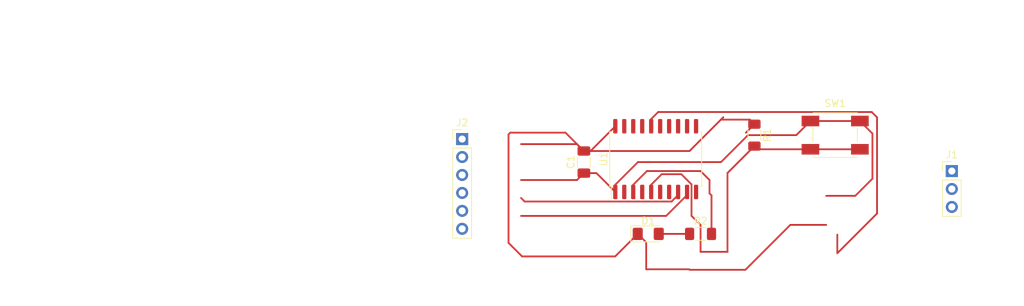
<source format=kicad_pcb>
(kicad_pcb (version 20171130) (host pcbnew "(5.1.9)-1")

  (general
    (thickness 1.6)
    (drawings 5)
    (tracks 75)
    (zones 0)
    (modules 8)
    (nets 24)
  )

  (page A4)
  (layers
    (0 F.Cu signal)
    (31 B.Cu signal)
    (32 B.Adhes user)
    (33 F.Adhes user)
    (34 B.Paste user)
    (35 F.Paste user)
    (36 B.SilkS user)
    (37 F.SilkS user)
    (38 B.Mask user)
    (39 F.Mask user)
    (40 Dwgs.User user)
    (41 Cmts.User user)
    (42 Eco1.User user)
    (43 Eco2.User user)
    (44 Edge.Cuts user)
    (45 Margin user)
    (46 B.CrtYd user)
    (47 F.CrtYd user)
    (48 B.Fab user)
    (49 F.Fab user)
  )

  (setup
    (last_trace_width 0.25)
    (user_trace_width 0.5)
    (trace_clearance 0.4)
    (zone_clearance 0.508)
    (zone_45_only no)
    (trace_min 0.2)
    (via_size 0.8)
    (via_drill 0.4)
    (via_min_size 0.4)
    (via_min_drill 0.3)
    (uvia_size 0.3)
    (uvia_drill 0.1)
    (uvias_allowed no)
    (uvia_min_size 0.2)
    (uvia_min_drill 0.1)
    (edge_width 0.1)
    (segment_width 0.2)
    (pcb_text_width 0.3)
    (pcb_text_size 1.5 1.5)
    (mod_edge_width 0.15)
    (mod_text_size 1 1)
    (mod_text_width 0.15)
    (pad_size 1.524 1.524)
    (pad_drill 0.762)
    (pad_to_mask_clearance 0)
    (aux_axis_origin 0 0)
    (grid_origin 86.36 40.64)
    (visible_elements 7FFFFFFF)
    (pcbplotparams
      (layerselection 0x010fc_ffffffff)
      (usegerberextensions false)
      (usegerberattributes true)
      (usegerberadvancedattributes true)
      (creategerberjobfile true)
      (excludeedgelayer true)
      (linewidth 0.100000)
      (plotframeref false)
      (viasonmask false)
      (mode 1)
      (useauxorigin false)
      (hpglpennumber 1)
      (hpglpenspeed 20)
      (hpglpendiameter 15.000000)
      (psnegative false)
      (psa4output false)
      (plotreference true)
      (plotvalue true)
      (plotinvisibletext false)
      (padsonsilk false)
      (subtractmaskfromsilk false)
      (outputformat 1)
      (mirror false)
      (drillshape 1)
      (scaleselection 1)
      (outputdirectory ""))
  )

  (net 0 "")
  (net 1 "Net-(C1-Pad1)")
  (net 2 "Net-(R1-Pad2)")
  (net 3 "Net-(C1-Pad2)")
  (net 4 "Net-(U1-Pad19)")
  (net 5 "Net-(U1-Pad18)")
  (net 6 "Net-(U1-Pad17)")
  (net 7 "Net-(J1-Pad3)")
  (net 8 "Net-(U1-Pad15)")
  (net 9 "Net-(U1-Pad14)")
  (net 10 "Net-(U1-Pad13)")
  (net 11 "Net-(U1-Pad12)")
  (net 12 "Net-(U1-Pad11)")
  (net 13 "Net-(U1-Pad10)")
  (net 14 "Net-(J2-Pad5)")
  (net 15 "Net-(J2-Pad4)")
  (net 16 "Net-(U1-Pad7)")
  (net 17 "Net-(U1-Pad6)")
  (net 18 "Net-(U1-Pad4)")
  (net 19 "Net-(R2-Pad2)")
  (net 20 "Net-(U1-Pad2)")
  (net 21 "Net-(D1-Pad2)")
  (net 22 "Net-(J2-Pad6)")
  (net 23 "Net-(J2-Pad2)")

  (net_class Default "This is the default net class."
    (clearance 0.4)
    (trace_width 0.25)
    (via_dia 0.8)
    (via_drill 0.4)
    (uvia_dia 0.3)
    (uvia_drill 0.1)
    (add_net "Net-(C1-Pad1)")
    (add_net "Net-(C1-Pad2)")
    (add_net "Net-(D1-Pad2)")
    (add_net "Net-(J1-Pad3)")
    (add_net "Net-(J2-Pad2)")
    (add_net "Net-(J2-Pad4)")
    (add_net "Net-(J2-Pad5)")
    (add_net "Net-(J2-Pad6)")
    (add_net "Net-(R1-Pad2)")
    (add_net "Net-(R2-Pad2)")
    (add_net "Net-(U1-Pad10)")
    (add_net "Net-(U1-Pad11)")
    (add_net "Net-(U1-Pad12)")
    (add_net "Net-(U1-Pad13)")
    (add_net "Net-(U1-Pad14)")
    (add_net "Net-(U1-Pad15)")
    (add_net "Net-(U1-Pad17)")
    (add_net "Net-(U1-Pad18)")
    (add_net "Net-(U1-Pad19)")
    (add_net "Net-(U1-Pad2)")
    (add_net "Net-(U1-Pad4)")
    (add_net "Net-(U1-Pad6)")
    (add_net "Net-(U1-Pad7)")
  )

  (module Package_SO:SOIC-20W_7.5x12.8mm_P1.27mm (layer F.Cu) (tedit 5D9F72B1) (tstamp 6045A125)
    (at 34.29 61.81 90)
    (descr "SOIC, 20 Pin (JEDEC MS-013AC, https://www.analog.com/media/en/package-pcb-resources/package/233848rw_20.pdf), generated with kicad-footprint-generator ipc_gullwing_generator.py")
    (tags "SOIC SO")
    (path /60452CA9)
    (attr smd)
    (fp_text reference U1 (at 0 -7.35 90) (layer F.SilkS)
      (effects (font (size 1 1) (thickness 0.15)))
    )
    (fp_text value ATtiny1616-S (at 0 7.35 90) (layer F.Fab)
      (effects (font (size 1 1) (thickness 0.15)))
    )
    (fp_line (start 0 6.51) (end 3.86 6.51) (layer F.SilkS) (width 0.12))
    (fp_line (start 3.86 6.51) (end 3.86 6.275) (layer F.SilkS) (width 0.12))
    (fp_line (start 0 6.51) (end -3.86 6.51) (layer F.SilkS) (width 0.12))
    (fp_line (start -3.86 6.51) (end -3.86 6.275) (layer F.SilkS) (width 0.12))
    (fp_line (start 0 -6.51) (end 3.86 -6.51) (layer F.SilkS) (width 0.12))
    (fp_line (start 3.86 -6.51) (end 3.86 -6.275) (layer F.SilkS) (width 0.12))
    (fp_line (start 0 -6.51) (end -3.86 -6.51) (layer F.SilkS) (width 0.12))
    (fp_line (start -3.86 -6.51) (end -3.86 -6.275) (layer F.SilkS) (width 0.12))
    (fp_line (start -3.86 -6.275) (end -5.675 -6.275) (layer F.SilkS) (width 0.12))
    (fp_line (start -2.75 -6.4) (end 3.75 -6.4) (layer F.Fab) (width 0.1))
    (fp_line (start 3.75 -6.4) (end 3.75 6.4) (layer F.Fab) (width 0.1))
    (fp_line (start 3.75 6.4) (end -3.75 6.4) (layer F.Fab) (width 0.1))
    (fp_line (start -3.75 6.4) (end -3.75 -5.4) (layer F.Fab) (width 0.1))
    (fp_line (start -3.75 -5.4) (end -2.75 -6.4) (layer F.Fab) (width 0.1))
    (fp_line (start -5.93 -6.65) (end -5.93 6.65) (layer F.CrtYd) (width 0.05))
    (fp_line (start -5.93 6.65) (end 5.93 6.65) (layer F.CrtYd) (width 0.05))
    (fp_line (start 5.93 6.65) (end 5.93 -6.65) (layer F.CrtYd) (width 0.05))
    (fp_line (start 5.93 -6.65) (end -5.93 -6.65) (layer F.CrtYd) (width 0.05))
    (fp_text user %R (at 0 0 90) (layer F.Fab)
      (effects (font (size 1 1) (thickness 0.15)))
    )
    (pad 20 smd roundrect (at 4.65 -5.715 90) (size 2.05 0.6) (layers F.Cu F.Paste F.Mask) (roundrect_rratio 0.25)
      (net 3 "Net-(C1-Pad2)"))
    (pad 19 smd roundrect (at 4.65 -4.445 90) (size 2.05 0.6) (layers F.Cu F.Paste F.Mask) (roundrect_rratio 0.25)
      (net 4 "Net-(U1-Pad19)"))
    (pad 18 smd roundrect (at 4.65 -3.175 90) (size 2.05 0.6) (layers F.Cu F.Paste F.Mask) (roundrect_rratio 0.25)
      (net 5 "Net-(U1-Pad18)"))
    (pad 17 smd roundrect (at 4.65 -1.905 90) (size 2.05 0.6) (layers F.Cu F.Paste F.Mask) (roundrect_rratio 0.25)
      (net 6 "Net-(U1-Pad17)"))
    (pad 16 smd roundrect (at 4.65 -0.635 90) (size 2.05 0.6) (layers F.Cu F.Paste F.Mask) (roundrect_rratio 0.25)
      (net 7 "Net-(J1-Pad3)"))
    (pad 15 smd roundrect (at 4.65 0.635 90) (size 2.05 0.6) (layers F.Cu F.Paste F.Mask) (roundrect_rratio 0.25)
      (net 8 "Net-(U1-Pad15)"))
    (pad 14 smd roundrect (at 4.65 1.905 90) (size 2.05 0.6) (layers F.Cu F.Paste F.Mask) (roundrect_rratio 0.25)
      (net 9 "Net-(U1-Pad14)"))
    (pad 13 smd roundrect (at 4.65 3.175 90) (size 2.05 0.6) (layers F.Cu F.Paste F.Mask) (roundrect_rratio 0.25)
      (net 10 "Net-(U1-Pad13)"))
    (pad 12 smd roundrect (at 4.65 4.445 90) (size 2.05 0.6) (layers F.Cu F.Paste F.Mask) (roundrect_rratio 0.25)
      (net 11 "Net-(U1-Pad12)"))
    (pad 11 smd roundrect (at 4.65 5.715 90) (size 2.05 0.6) (layers F.Cu F.Paste F.Mask) (roundrect_rratio 0.25)
      (net 12 "Net-(U1-Pad11)"))
    (pad 10 smd roundrect (at -4.65 5.715 90) (size 2.05 0.6) (layers F.Cu F.Paste F.Mask) (roundrect_rratio 0.25)
      (net 13 "Net-(U1-Pad10)"))
    (pad 9 smd roundrect (at -4.65 4.445 90) (size 2.05 0.6) (layers F.Cu F.Paste F.Mask) (roundrect_rratio 0.25)
      (net 14 "Net-(J2-Pad5)"))
    (pad 8 smd roundrect (at -4.65 3.175 90) (size 2.05 0.6) (layers F.Cu F.Paste F.Mask) (roundrect_rratio 0.25)
      (net 15 "Net-(J2-Pad4)"))
    (pad 7 smd roundrect (at -4.65 1.905 90) (size 2.05 0.6) (layers F.Cu F.Paste F.Mask) (roundrect_rratio 0.25)
      (net 16 "Net-(U1-Pad7)"))
    (pad 6 smd roundrect (at -4.65 0.635 90) (size 2.05 0.6) (layers F.Cu F.Paste F.Mask) (roundrect_rratio 0.25)
      (net 17 "Net-(U1-Pad6)"))
    (pad 5 smd roundrect (at -4.65 -0.635 90) (size 2.05 0.6) (layers F.Cu F.Paste F.Mask) (roundrect_rratio 0.25)
      (net 2 "Net-(R1-Pad2)"))
    (pad 4 smd roundrect (at -4.65 -1.905 90) (size 2.05 0.6) (layers F.Cu F.Paste F.Mask) (roundrect_rratio 0.25)
      (net 18 "Net-(U1-Pad4)"))
    (pad 3 smd roundrect (at -4.65 -3.175 90) (size 2.05 0.6) (layers F.Cu F.Paste F.Mask) (roundrect_rratio 0.25)
      (net 19 "Net-(R2-Pad2)"))
    (pad 2 smd roundrect (at -4.65 -4.445 90) (size 2.05 0.6) (layers F.Cu F.Paste F.Mask) (roundrect_rratio 0.25)
      (net 20 "Net-(U1-Pad2)"))
    (pad 1 smd roundrect (at -4.65 -5.715 90) (size 2.05 0.6) (layers F.Cu F.Paste F.Mask) (roundrect_rratio 0.25)
      (net 1 "Net-(C1-Pad1)"))
    (model ${KISYS3DMOD}/Package_SO.3dshapes/SOIC-20W_7.5x12.8mm_P1.27mm.wrl
      (at (xyz 0 0 0))
      (scale (xyz 1 1 1))
      (rotate (xyz 0 0 0))
    )
  )

  (module fab:Button_Omron_B3SN_6x6mm (layer F.Cu) (tedit 5EC65B05) (tstamp 6045A0FA)
    (at 59.69 58.42)
    (descr "Surface Mount Tactile Switch for High-Density Packaging")
    (tags "Tactile Switch")
    (path /6045E6E6)
    (attr smd)
    (fp_text reference SW1 (at 0 -4.5) (layer F.SilkS)
      (effects (font (size 1 1) (thickness 0.15)))
    )
    (fp_text value BUTTON_B3SN (at 0 4.5) (layer F.Fab)
      (effects (font (size 1 1) (thickness 0.15)))
    )
    (fp_line (start -3 3) (end -3 -3) (layer F.Fab) (width 0.1))
    (fp_line (start 3 3) (end -3 3) (layer F.Fab) (width 0.1))
    (fp_line (start 3 -3) (end 3 3) (layer F.Fab) (width 0.1))
    (fp_line (start -3 -3) (end 3 -3) (layer F.Fab) (width 0.1))
    (fp_circle (center 0 0) (end 1.65 0) (layer F.Fab) (width 0.1))
    (fp_line (start 3.15 -1) (end 3.15 1) (layer F.SilkS) (width 0.12))
    (fp_line (start 3.15 3.15) (end -3.15 3.15) (layer F.SilkS) (width 0.12))
    (fp_line (start -3.15 1) (end -3.15 -1) (layer F.SilkS) (width 0.12))
    (fp_line (start -3.15 -3.15) (end 3.15 -3.15) (layer F.SilkS) (width 0.12))
    (fp_line (start -5 -3.7) (end -5 3.7) (layer F.CrtYd) (width 0.05))
    (fp_line (start 5 -3.7) (end -5 -3.7) (layer F.CrtYd) (width 0.05))
    (fp_line (start 5 3.7) (end 5 -3.7) (layer F.CrtYd) (width 0.05))
    (fp_line (start -5 3.7) (end 5 3.7) (layer F.CrtYd) (width 0.05))
    (fp_text user %R (at 0 -4.5) (layer F.Fab)
      (effects (font (size 1 1) (thickness 0.15)))
    )
    (pad 1 smd rect (at -3.5 -2) (size 2.5 1.5) (layers F.Cu F.Paste F.Mask)
      (net 1 "Net-(C1-Pad1)"))
    (pad 1 smd rect (at 3.5 -2) (size 2.5 1.5) (layers F.Cu F.Paste F.Mask)
      (net 1 "Net-(C1-Pad1)"))
    (pad 2 smd rect (at -3.5 2) (size 2.5 1.5) (layers F.Cu F.Paste F.Mask)
      (net 2 "Net-(R1-Pad2)"))
    (pad 2 smd rect (at 3.5 2) (size 2.5 1.5) (layers F.Cu F.Paste F.Mask)
      (net 2 "Net-(R1-Pad2)"))
    (model ${KISYS3DMOD}/Buttons_Switches_SMD.3dshapes/SW_SPST_B3S-1000.wrl
      (at (xyz 0 0 0))
      (scale (xyz 1 1 1))
      (rotate (xyz 0 0 0))
    )
  )

  (module Resistor_SMD:R_1206_3216Metric_Pad1.30x1.75mm_HandSolder (layer F.Cu) (tedit 5F68FEEE) (tstamp 6045A0E4)
    (at 40.64 72.39)
    (descr "Resistor SMD 1206 (3216 Metric), square (rectangular) end terminal, IPC_7351 nominal with elongated pad for handsoldering. (Body size source: IPC-SM-782 page 72, https://www.pcb-3d.com/wordpress/wp-content/uploads/ipc-sm-782a_amendment_1_and_2.pdf), generated with kicad-footprint-generator")
    (tags "resistor handsolder")
    (path /6045A56C)
    (attr smd)
    (fp_text reference R2 (at 0 -1.82) (layer F.SilkS)
      (effects (font (size 1 1) (thickness 0.15)))
    )
    (fp_text value R (at 0 1.82) (layer F.Fab)
      (effects (font (size 1 1) (thickness 0.15)))
    )
    (fp_line (start -1.6 0.8) (end -1.6 -0.8) (layer F.Fab) (width 0.1))
    (fp_line (start -1.6 -0.8) (end 1.6 -0.8) (layer F.Fab) (width 0.1))
    (fp_line (start 1.6 -0.8) (end 1.6 0.8) (layer F.Fab) (width 0.1))
    (fp_line (start 1.6 0.8) (end -1.6 0.8) (layer F.Fab) (width 0.1))
    (fp_line (start -0.727064 -0.91) (end 0.727064 -0.91) (layer F.SilkS) (width 0.12))
    (fp_line (start -0.727064 0.91) (end 0.727064 0.91) (layer F.SilkS) (width 0.12))
    (fp_line (start -2.45 1.12) (end -2.45 -1.12) (layer F.CrtYd) (width 0.05))
    (fp_line (start -2.45 -1.12) (end 2.45 -1.12) (layer F.CrtYd) (width 0.05))
    (fp_line (start 2.45 -1.12) (end 2.45 1.12) (layer F.CrtYd) (width 0.05))
    (fp_line (start 2.45 1.12) (end -2.45 1.12) (layer F.CrtYd) (width 0.05))
    (fp_text user %R (at 0 0) (layer F.Fab)
      (effects (font (size 0.8 0.8) (thickness 0.12)))
    )
    (pad 2 smd roundrect (at 1.55 0) (size 1.3 1.75) (layers F.Cu F.Paste F.Mask) (roundrect_rratio 0.192308)
      (net 19 "Net-(R2-Pad2)"))
    (pad 1 smd roundrect (at -1.55 0) (size 1.3 1.75) (layers F.Cu F.Paste F.Mask) (roundrect_rratio 0.192308)
      (net 21 "Net-(D1-Pad2)"))
    (model ${KISYS3DMOD}/Resistor_SMD.3dshapes/R_1206_3216Metric.wrl
      (at (xyz 0 0 0))
      (scale (xyz 1 1 1))
      (rotate (xyz 0 0 0))
    )
  )

  (module Resistor_SMD:R_1206_3216Metric_Pad1.30x1.75mm_HandSolder (layer F.Cu) (tedit 5F68FEEE) (tstamp 6045A0D3)
    (at 48.26 58.42 270)
    (descr "Resistor SMD 1206 (3216 Metric), square (rectangular) end terminal, IPC_7351 nominal with elongated pad for handsoldering. (Body size source: IPC-SM-782 page 72, https://www.pcb-3d.com/wordpress/wp-content/uploads/ipc-sm-782a_amendment_1_and_2.pdf), generated with kicad-footprint-generator")
    (tags "resistor handsolder")
    (path /60469108)
    (attr smd)
    (fp_text reference R1 (at 0 -1.82 90) (layer F.SilkS)
      (effects (font (size 1 1) (thickness 0.15)))
    )
    (fp_text value R (at 0 1.82 90) (layer F.Fab)
      (effects (font (size 1 1) (thickness 0.15)))
    )
    (fp_line (start -1.6 0.8) (end -1.6 -0.8) (layer F.Fab) (width 0.1))
    (fp_line (start -1.6 -0.8) (end 1.6 -0.8) (layer F.Fab) (width 0.1))
    (fp_line (start 1.6 -0.8) (end 1.6 0.8) (layer F.Fab) (width 0.1))
    (fp_line (start 1.6 0.8) (end -1.6 0.8) (layer F.Fab) (width 0.1))
    (fp_line (start -0.727064 -0.91) (end 0.727064 -0.91) (layer F.SilkS) (width 0.12))
    (fp_line (start -0.727064 0.91) (end 0.727064 0.91) (layer F.SilkS) (width 0.12))
    (fp_line (start -2.45 1.12) (end -2.45 -1.12) (layer F.CrtYd) (width 0.05))
    (fp_line (start -2.45 -1.12) (end 2.45 -1.12) (layer F.CrtYd) (width 0.05))
    (fp_line (start 2.45 -1.12) (end 2.45 1.12) (layer F.CrtYd) (width 0.05))
    (fp_line (start 2.45 1.12) (end -2.45 1.12) (layer F.CrtYd) (width 0.05))
    (fp_text user %R (at 0 0 90) (layer F.Fab)
      (effects (font (size 0.8 0.8) (thickness 0.12)))
    )
    (pad 2 smd roundrect (at 1.55 0 270) (size 1.3 1.75) (layers F.Cu F.Paste F.Mask) (roundrect_rratio 0.192308)
      (net 2 "Net-(R1-Pad2)"))
    (pad 1 smd roundrect (at -1.55 0 270) (size 1.3 1.75) (layers F.Cu F.Paste F.Mask) (roundrect_rratio 0.192308)
      (net 3 "Net-(C1-Pad2)"))
    (model ${KISYS3DMOD}/Resistor_SMD.3dshapes/R_1206_3216Metric.wrl
      (at (xyz 0 0 0))
      (scale (xyz 1 1 1))
      (rotate (xyz 0 0 0))
    )
  )

  (module LED_SMD:LED_1206_3216Metric_Pad1.42x1.75mm_HandSolder (layer F.Cu) (tedit 5F68FEF1) (tstamp 6045A071)
    (at 33.2375 72.39)
    (descr "LED SMD 1206 (3216 Metric), square (rectangular) end terminal, IPC_7351 nominal, (Body size source: http://www.tortai-tech.com/upload/download/2011102023233369053.pdf), generated with kicad-footprint-generator")
    (tags "LED handsolder")
    (path /60459C2B)
    (attr smd)
    (fp_text reference D1 (at 0 -1.82) (layer F.SilkS)
      (effects (font (size 1 1) (thickness 0.15)))
    )
    (fp_text value LED (at 0 1.82) (layer F.Fab)
      (effects (font (size 1 1) (thickness 0.15)))
    )
    (fp_line (start 1.6 -0.8) (end -1.2 -0.8) (layer F.Fab) (width 0.1))
    (fp_line (start -1.2 -0.8) (end -1.6 -0.4) (layer F.Fab) (width 0.1))
    (fp_line (start -1.6 -0.4) (end -1.6 0.8) (layer F.Fab) (width 0.1))
    (fp_line (start -1.6 0.8) (end 1.6 0.8) (layer F.Fab) (width 0.1))
    (fp_line (start 1.6 0.8) (end 1.6 -0.8) (layer F.Fab) (width 0.1))
    (fp_line (start 1.6 -1.135) (end -2.46 -1.135) (layer F.SilkS) (width 0.12))
    (fp_line (start -2.46 -1.135) (end -2.46 1.135) (layer F.SilkS) (width 0.12))
    (fp_line (start -2.46 1.135) (end 1.6 1.135) (layer F.SilkS) (width 0.12))
    (fp_line (start -2.45 1.12) (end -2.45 -1.12) (layer F.CrtYd) (width 0.05))
    (fp_line (start -2.45 -1.12) (end 2.45 -1.12) (layer F.CrtYd) (width 0.05))
    (fp_line (start 2.45 -1.12) (end 2.45 1.12) (layer F.CrtYd) (width 0.05))
    (fp_line (start 2.45 1.12) (end -2.45 1.12) (layer F.CrtYd) (width 0.05))
    (fp_text user %R (at 0 0) (layer F.Fab)
      (effects (font (size 0.8 0.8) (thickness 0.12)))
    )
    (pad 2 smd roundrect (at 1.4875 0) (size 1.425 1.75) (layers F.Cu F.Paste F.Mask) (roundrect_rratio 0.175439)
      (net 21 "Net-(D1-Pad2)"))
    (pad 1 smd roundrect (at -1.4875 0) (size 1.425 1.75) (layers F.Cu F.Paste F.Mask) (roundrect_rratio 0.175439)
      (net 3 "Net-(C1-Pad2)"))
    (model ${KISYS3DMOD}/LED_SMD.3dshapes/LED_1206_3216Metric.wrl
      (at (xyz 0 0 0))
      (scale (xyz 1 1 1))
      (rotate (xyz 0 0 0))
    )
  )

  (module Capacitor_SMD:C_1206_3216Metric_Pad1.33x1.80mm_HandSolder (layer F.Cu) (tedit 5F68FEEF) (tstamp 6045A05E)
    (at 24.13 62.23 90)
    (descr "Capacitor SMD 1206 (3216 Metric), square (rectangular) end terminal, IPC_7351 nominal with elongated pad for handsoldering. (Body size source: IPC-SM-782 page 76, https://www.pcb-3d.com/wordpress/wp-content/uploads/ipc-sm-782a_amendment_1_and_2.pdf), generated with kicad-footprint-generator")
    (tags "capacitor handsolder")
    (path /60454D4F)
    (attr smd)
    (fp_text reference C1 (at 0 -1.85 90) (layer F.SilkS)
      (effects (font (size 1 1) (thickness 0.15)))
    )
    (fp_text value C (at 0 1.85 90) (layer F.Fab)
      (effects (font (size 1 1) (thickness 0.15)))
    )
    (fp_line (start -1.6 0.8) (end -1.6 -0.8) (layer F.Fab) (width 0.1))
    (fp_line (start -1.6 -0.8) (end 1.6 -0.8) (layer F.Fab) (width 0.1))
    (fp_line (start 1.6 -0.8) (end 1.6 0.8) (layer F.Fab) (width 0.1))
    (fp_line (start 1.6 0.8) (end -1.6 0.8) (layer F.Fab) (width 0.1))
    (fp_line (start -0.711252 -0.91) (end 0.711252 -0.91) (layer F.SilkS) (width 0.12))
    (fp_line (start -0.711252 0.91) (end 0.711252 0.91) (layer F.SilkS) (width 0.12))
    (fp_line (start -2.48 1.15) (end -2.48 -1.15) (layer F.CrtYd) (width 0.05))
    (fp_line (start -2.48 -1.15) (end 2.48 -1.15) (layer F.CrtYd) (width 0.05))
    (fp_line (start 2.48 -1.15) (end 2.48 1.15) (layer F.CrtYd) (width 0.05))
    (fp_line (start 2.48 1.15) (end -2.48 1.15) (layer F.CrtYd) (width 0.05))
    (fp_text user %R (at 0 0 90) (layer F.Fab)
      (effects (font (size 0.8 0.8) (thickness 0.12)))
    )
    (pad 2 smd roundrect (at 1.5625 0 90) (size 1.325 1.8) (layers F.Cu F.Paste F.Mask) (roundrect_rratio 0.188679)
      (net 3 "Net-(C1-Pad2)"))
    (pad 1 smd roundrect (at -1.5625 0 90) (size 1.325 1.8) (layers F.Cu F.Paste F.Mask) (roundrect_rratio 0.188679)
      (net 1 "Net-(C1-Pad1)"))
    (model ${KISYS3DMOD}/Capacitor_SMD.3dshapes/C_1206_3216Metric.wrl
      (at (xyz 0 0 0))
      (scale (xyz 1 1 1))
      (rotate (xyz 0 0 0))
    )
  )

  (module Connector_PinHeader_2.54mm:PinHeader_1x03_P2.54mm_Vertical (layer F.Cu) (tedit 59FED5CC) (tstamp 6045DE57)
    (at 76.2 63.5)
    (descr "Through hole straight pin header, 1x03, 2.54mm pitch, single row")
    (tags "Through hole pin header THT 1x03 2.54mm single row")
    (path /60452389)
    (fp_text reference J1 (at 0 -2.33) (layer F.SilkS)
      (effects (font (size 1 1) (thickness 0.15)))
    )
    (fp_text value Conn_01x03_Male (at 0 7.41) (layer F.Fab)
      (effects (font (size 1 1) (thickness 0.15)))
    )
    (fp_line (start -0.635 -1.27) (end 1.27 -1.27) (layer F.Fab) (width 0.1))
    (fp_line (start 1.27 -1.27) (end 1.27 6.35) (layer F.Fab) (width 0.1))
    (fp_line (start 1.27 6.35) (end -1.27 6.35) (layer F.Fab) (width 0.1))
    (fp_line (start -1.27 6.35) (end -1.27 -0.635) (layer F.Fab) (width 0.1))
    (fp_line (start -1.27 -0.635) (end -0.635 -1.27) (layer F.Fab) (width 0.1))
    (fp_line (start -1.33 6.41) (end 1.33 6.41) (layer F.SilkS) (width 0.12))
    (fp_line (start -1.33 1.27) (end -1.33 6.41) (layer F.SilkS) (width 0.12))
    (fp_line (start 1.33 1.27) (end 1.33 6.41) (layer F.SilkS) (width 0.12))
    (fp_line (start -1.33 1.27) (end 1.33 1.27) (layer F.SilkS) (width 0.12))
    (fp_line (start -1.33 0) (end -1.33 -1.33) (layer F.SilkS) (width 0.12))
    (fp_line (start -1.33 -1.33) (end 0 -1.33) (layer F.SilkS) (width 0.12))
    (fp_line (start -1.8 -1.8) (end -1.8 6.85) (layer F.CrtYd) (width 0.05))
    (fp_line (start -1.8 6.85) (end 1.8 6.85) (layer F.CrtYd) (width 0.05))
    (fp_line (start 1.8 6.85) (end 1.8 -1.8) (layer F.CrtYd) (width 0.05))
    (fp_line (start 1.8 -1.8) (end -1.8 -1.8) (layer F.CrtYd) (width 0.05))
    (fp_text user %R (at 0 2.54 90) (layer F.Fab)
      (effects (font (size 1 1) (thickness 0.15)))
    )
    (pad 1 thru_hole rect (at 0 0) (size 1.7 1.7) (drill 1) (layers *.Cu *.Mask)
      (net 1 "Net-(C1-Pad1)"))
    (pad 2 thru_hole oval (at 0 2.54) (size 1.7 1.7) (drill 1) (layers *.Cu *.Mask)
      (net 3 "Net-(C1-Pad2)"))
    (pad 3 thru_hole oval (at 0 5.08) (size 1.7 1.7) (drill 1) (layers *.Cu *.Mask)
      (net 7 "Net-(J1-Pad3)"))
    (model ${KISYS3DMOD}/Connector_PinHeader_2.54mm.3dshapes/PinHeader_1x03_P2.54mm_Vertical.wrl
      (at (xyz 0 0 0))
      (scale (xyz 1 1 1))
      (rotate (xyz 0 0 0))
    )
  )

  (module Connector_PinHeader_2.54mm:PinHeader_1x06_P2.54mm_Vertical (layer F.Cu) (tedit 59FED5CC) (tstamp 6045DE71)
    (at 6.905001 58.975001)
    (descr "Through hole straight pin header, 1x06, 2.54mm pitch, single row")
    (tags "Through hole pin header THT 1x06 2.54mm single row")
    (path /60453CAE)
    (fp_text reference J2 (at 0 -2.33) (layer F.SilkS)
      (effects (font (size 1 1) (thickness 0.15)))
    )
    (fp_text value Conn_01x06_Male (at 0 15.03) (layer F.Fab)
      (effects (font (size 1 1) (thickness 0.15)))
    )
    (fp_line (start -0.635 -1.27) (end 1.27 -1.27) (layer F.Fab) (width 0.1))
    (fp_line (start 1.27 -1.27) (end 1.27 13.97) (layer F.Fab) (width 0.1))
    (fp_line (start 1.27 13.97) (end -1.27 13.97) (layer F.Fab) (width 0.1))
    (fp_line (start -1.27 13.97) (end -1.27 -0.635) (layer F.Fab) (width 0.1))
    (fp_line (start -1.27 -0.635) (end -0.635 -1.27) (layer F.Fab) (width 0.1))
    (fp_line (start -1.33 14.03) (end 1.33 14.03) (layer F.SilkS) (width 0.12))
    (fp_line (start -1.33 1.27) (end -1.33 14.03) (layer F.SilkS) (width 0.12))
    (fp_line (start 1.33 1.27) (end 1.33 14.03) (layer F.SilkS) (width 0.12))
    (fp_line (start -1.33 1.27) (end 1.33 1.27) (layer F.SilkS) (width 0.12))
    (fp_line (start -1.33 0) (end -1.33 -1.33) (layer F.SilkS) (width 0.12))
    (fp_line (start -1.33 -1.33) (end 0 -1.33) (layer F.SilkS) (width 0.12))
    (fp_line (start -1.8 -1.8) (end -1.8 14.5) (layer F.CrtYd) (width 0.05))
    (fp_line (start -1.8 14.5) (end 1.8 14.5) (layer F.CrtYd) (width 0.05))
    (fp_line (start 1.8 14.5) (end 1.8 -1.8) (layer F.CrtYd) (width 0.05))
    (fp_line (start 1.8 -1.8) (end -1.8 -1.8) (layer F.CrtYd) (width 0.05))
    (fp_text user %R (at 0 6.35 90) (layer F.Fab)
      (effects (font (size 1 1) (thickness 0.15)))
    )
    (pad 1 thru_hole rect (at 0 0) (size 1.7 1.7) (drill 1) (layers *.Cu *.Mask)
      (net 3 "Net-(C1-Pad2)"))
    (pad 2 thru_hole oval (at 0 2.54) (size 1.7 1.7) (drill 1) (layers *.Cu *.Mask)
      (net 23 "Net-(J2-Pad2)"))
    (pad 3 thru_hole oval (at 0 5.08) (size 1.7 1.7) (drill 1) (layers *.Cu *.Mask)
      (net 1 "Net-(C1-Pad1)"))
    (pad 4 thru_hole oval (at 0 7.62) (size 1.7 1.7) (drill 1) (layers *.Cu *.Mask)
      (net 15 "Net-(J2-Pad4)"))
    (pad 5 thru_hole oval (at 0 10.16) (size 1.7 1.7) (drill 1) (layers *.Cu *.Mask)
      (net 14 "Net-(J2-Pad5)"))
    (pad 6 thru_hole oval (at 0 12.7) (size 1.7 1.7) (drill 1) (layers *.Cu *.Mask)
      (net 22 "Net-(J2-Pad6)"))
    (model ${KISYS3DMOD}/Connector_PinHeader_2.54mm.3dshapes/PinHeader_1x06_P2.54mm_Vertical.wrl
      (at (xyz 0 0 0))
      (scale (xyz 1 1 1))
      (rotate (xyz 0 0 0))
    )
  )

  (gr_line (start 1.27 82.55) (end 7.62 82.55) (layer Dwgs.User) (width 0.15) (tstamp 6045DA28))
  (gr_line (start 1.27 39.37) (end 1.27 82.55) (layer Dwgs.User) (width 0.15))
  (gr_line (start 26.67 62.23) (end -58.42 62.23) (layer Dwgs.User) (width 0.15))
  (gr_line (start 86.36 82.55) (end 86.36 39.37) (layer Dwgs.User) (width 0.15))
  (gr_line (start 7.62 82.55) (end 86.36 82.55) (layer Dwgs.User) (width 0.15))

  (segment (start 63.19 56.42) (end 56.19 56.42) (width 0.25) (layer F.Cu) (net 1))
  (segment (start 23.1525 64.77) (end 24.13 63.7925) (width 0.25) (layer F.Cu) (net 1))
  (segment (start 15.24 64.77) (end 23.1525 64.77) (width 0.25) (layer F.Cu) (net 1))
  (segment (start 25.9075 63.7925) (end 28.575 66.46) (width 0.25) (layer F.Cu) (net 1))
  (segment (start 24.13 63.7925) (end 25.9075 63.7925) (width 0.25) (layer F.Cu) (net 1))
  (segment (start 54.19 58.42) (end 56.19 56.42) (width 0.25) (layer F.Cu) (net 1))
  (segment (start 47.34641 58.42) (end 54.19 58.42) (width 0.25) (layer F.Cu) (net 1))
  (segment (start 43.53641 62.23) (end 47.34641 58.42) (width 0.25) (layer F.Cu) (net 1))
  (segment (start 31.78 62.23) (end 43.53641 62.23) (width 0.25) (layer F.Cu) (net 1))
  (segment (start 28.575 65.435) (end 31.78 62.23) (width 0.25) (layer F.Cu) (net 1))
  (segment (start 28.575 66.46) (end 28.575 65.435) (width 0.25) (layer F.Cu) (net 1))
  (segment (start 62.535001 67.004999) (end 58.42 67.004999) (width 0.25) (layer F.Cu) (net 1))
  (segment (start 64.965001 64.574999) (end 62.535001 67.004999) (width 0.25) (layer F.Cu) (net 1))
  (segment (start 64.965001 58.195001) (end 64.965001 64.574999) (width 0.25) (layer F.Cu) (net 1))
  (segment (start 63.19 56.42) (end 64.965001 58.195001) (width 0.25) (layer F.Cu) (net 1))
  (segment (start 63.19 60.42) (end 56.19 60.42) (width 0.25) (layer F.Cu) (net 2))
  (segment (start 48.71 60.42) (end 48.26 59.97) (width 0.25) (layer F.Cu) (net 2))
  (segment (start 56.19 60.42) (end 48.71 60.42) (width 0.25) (layer F.Cu) (net 2))
  (segment (start 33.655 65.435) (end 33.655 66.46) (width 0.25) (layer F.Cu) (net 2))
  (segment (start 37.921778 63.95001) (end 39.36001 65.388242) (width 0.25) (layer F.Cu) (net 2))
  (segment (start 35.13999 63.95001) (end 37.921778 63.95001) (width 0.25) (layer F.Cu) (net 2))
  (segment (start 39.36001 65.388242) (end 39.36001 69.84001) (width 0.25) (layer F.Cu) (net 2))
  (segment (start 33.655 65.435) (end 35.13999 63.95001) (width 0.25) (layer F.Cu) (net 2))
  (segment (start 39.36001 69.84001) (end 40.64 71.12) (width 0.25) (layer F.Cu) (net 2))
  (segment (start 40.64 71.12) (end 40.64 74.93) (width 0.25) (layer F.Cu) (net 2))
  (segment (start 40.64 74.93) (end 44.45 74.93) (width 0.25) (layer F.Cu) (net 2))
  (segment (start 44.45 63.78) (end 48.26 59.97) (width 0.25) (layer F.Cu) (net 2))
  (segment (start 44.45 74.93) (end 44.45 63.78) (width 0.25) (layer F.Cu) (net 2))
  (segment (start 23.1525 59.69) (end 24.13 60.6675) (width 0.25) (layer F.Cu) (net 3))
  (segment (start 15.24 59.69) (end 23.1525 59.69) (width 0.25) (layer F.Cu) (net 3))
  (segment (start 25.0675 60.6675) (end 28.575 57.16) (width 0.25) (layer F.Cu) (net 3))
  (segment (start 24.13 60.6675) (end 25.0675 60.6675) (width 0.25) (layer F.Cu) (net 3))
  (segment (start 24.13 60.6675) (end 39.0775 60.6675) (width 0.25) (layer F.Cu) (net 3))
  (segment (start 47.6125 56.2225) (end 48.26 56.87) (width 0.25) (layer F.Cu) (net 3))
  (segment (start 43.5225 56.2225) (end 47.6125 56.2225) (width 0.25) (layer F.Cu) (net 3))
  (segment (start 39.0775 60.6675) (end 43.5225 56.2225) (width 0.25) (layer F.Cu) (net 3))
  (segment (start 43.5225 56.2225) (end 43.865 55.88) (width 0.25) (layer F.Cu) (net 3))
  (segment (start 48.26 56.87) (end 47.05999 58.07001) (width 0.25) (layer F.Cu) (net 3))
  (segment (start 32.95001 73.59001) (end 32.95001 77.40001) (width 0.25) (layer F.Cu) (net 3))
  (segment (start 31.75 72.39) (end 32.95001 73.59001) (width 0.25) (layer F.Cu) (net 3))
  (segment (start 39.01818 77.40001) (end 39.08817 77.47) (width 0.25) (layer F.Cu) (net 3))
  (segment (start 32.95001 77.40001) (end 39.01818 77.40001) (width 0.25) (layer F.Cu) (net 3))
  (segment (start 39.08817 77.47) (end 46.99 77.47) (width 0.25) (layer F.Cu) (net 3))
  (segment (start 53.34 71.12) (end 58.42 71.12) (width 0.25) (layer F.Cu) (net 3))
  (segment (start 46.99 77.47) (end 53.34 71.12) (width 0.25) (layer F.Cu) (net 3))
  (segment (start 28.55999 75.58001) (end 31.75 72.39) (width 0.25) (layer F.Cu) (net 3))
  (segment (start 15.385008 75.58001) (end 28.55999 75.58001) (width 0.25) (layer F.Cu) (net 3))
  (segment (start 13.464999 73.660001) (end 15.385008 75.58001) (width 0.25) (layer F.Cu) (net 3))
  (segment (start 13.464999 58.319999) (end 13.464999 73.660001) (width 0.25) (layer F.Cu) (net 3))
  (segment (start 13.719999 58.064999) (end 13.464999 58.319999) (width 0.25) (layer F.Cu) (net 3))
  (segment (start 21.527499 58.064999) (end 13.719999 58.064999) (width 0.25) (layer F.Cu) (net 3))
  (segment (start 24.13 60.6675) (end 21.527499 58.064999) (width 0.25) (layer F.Cu) (net 3))
  (segment (start 65.615011 69.509991) (end 59.995001 75.130001) (width 0.25) (layer F.Cu) (net 7))
  (segment (start 65.615011 55.900009) (end 65.615011 69.509991) (width 0.25) (layer F.Cu) (net 7))
  (segment (start 64.860001 55.144999) (end 65.615011 55.900009) (width 0.25) (layer F.Cu) (net 7))
  (segment (start 34.645001 55.144999) (end 64.860001 55.144999) (width 0.25) (layer F.Cu) (net 7))
  (segment (start 33.655 56.135) (end 34.645001 55.144999) (width 0.25) (layer F.Cu) (net 7))
  (segment (start 59.995001 75.130001) (end 59.995001 72.495001) (width 0.25) (layer F.Cu) (net 7))
  (segment (start 33.655 57.16) (end 33.655 56.135) (width 0.25) (layer F.Cu) (net 7))
  (segment (start 38.735 66.886768) (end 38.735 66.46) (width 0.25) (layer F.Cu) (net 14))
  (segment (start 35.771768 69.85) (end 38.735 66.886768) (width 0.25) (layer F.Cu) (net 14))
  (segment (start 15.24 69.85) (end 35.771768 69.85) (width 0.25) (layer F.Cu) (net 14))
  (segment (start 37.465 66.886768) (end 37.465 66.46) (width 0.25) (layer F.Cu) (net 15))
  (segment (start 36.541758 67.81001) (end 37.465 66.886768) (width 0.25) (layer F.Cu) (net 15))
  (segment (start 15.74001 67.81001) (end 36.541758 67.81001) (width 0.25) (layer F.Cu) (net 15))
  (segment (start 15.24 67.31) (end 15.74001 67.81001) (width 0.25) (layer F.Cu) (net 15))
  (segment (start 31.115 66.886768) (end 31.115 66.46) (width 0.25) (layer F.Cu) (net 19))
  (segment (start 42.19 66.948232) (end 41.91 66.668232) (width 0.25) (layer F.Cu) (net 19))
  (segment (start 42.19 72.39) (end 42.19 66.948232) (width 0.25) (layer F.Cu) (net 19))
  (segment (start 41.91 66.668232) (end 41.91 64.77) (width 0.25) (layer F.Cu) (net 19))
  (segment (start 41.91 64.77) (end 40.64 63.5) (width 0.25) (layer F.Cu) (net 19))
  (segment (start 31.115 65.435) (end 31.115 66.46) (width 0.25) (layer F.Cu) (net 19))
  (segment (start 33.05 63.5) (end 31.115 65.435) (width 0.25) (layer F.Cu) (net 19))
  (segment (start 40.64 63.5) (end 33.05 63.5) (width 0.25) (layer F.Cu) (net 19))
  (segment (start 39.09 72.39) (end 34.725 72.39) (width 0.25) (layer F.Cu) (net 21))

)

</source>
